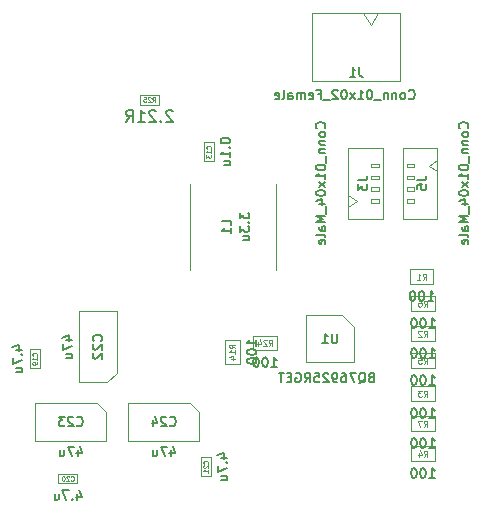
<source format=gbr>
%TF.GenerationSoftware,KiCad,Pcbnew,6.0.1-79c1e3a40b~116~ubuntu21.10.1*%
%TF.CreationDate,2022-03-15T17:01:46-06:00*%
%TF.ProjectId,PowerBackup,506f7765-7242-4616-936b-75702e6b6963,rev?*%
%TF.SameCoordinates,Original*%
%TF.FileFunction,AssemblyDrawing,Bot*%
%FSLAX46Y46*%
G04 Gerber Fmt 4.6, Leading zero omitted, Abs format (unit mm)*
G04 Created by KiCad (PCBNEW 6.0.1-79c1e3a40b~116~ubuntu21.10.1) date 2022-03-15 17:01:46*
%MOMM*%
%LPD*%
G01*
G04 APERTURE LIST*
%ADD10C,0.150000*%
%ADD11C,0.060000*%
%ADD12C,0.080000*%
%ADD13C,0.100000*%
G04 APERTURE END LIST*
D10*
%TO.C,C22*%
X114118571Y-105327523D02*
X114651904Y-105327523D01*
X113813809Y-105137047D02*
X114385238Y-104946571D01*
X114385238Y-105441809D01*
X113851904Y-105670380D02*
X113851904Y-106203714D01*
X114651904Y-105860857D01*
X114118571Y-106851333D02*
X114651904Y-106851333D01*
X114118571Y-106508476D02*
X114537619Y-106508476D01*
X114613809Y-106546571D01*
X114651904Y-106622761D01*
X114651904Y-106737047D01*
X114613809Y-106813238D01*
X114575714Y-106851333D01*
X117125714Y-105403714D02*
X117163809Y-105365619D01*
X117201904Y-105251333D01*
X117201904Y-105175142D01*
X117163809Y-105060857D01*
X117087619Y-104984666D01*
X117011428Y-104946571D01*
X116859047Y-104908476D01*
X116744761Y-104908476D01*
X116592380Y-104946571D01*
X116516190Y-104984666D01*
X116440000Y-105060857D01*
X116401904Y-105175142D01*
X116401904Y-105251333D01*
X116440000Y-105365619D01*
X116478095Y-105403714D01*
X116478095Y-105708476D02*
X116440000Y-105746571D01*
X116401904Y-105822761D01*
X116401904Y-106013238D01*
X116440000Y-106089428D01*
X116478095Y-106127523D01*
X116554285Y-106165619D01*
X116630476Y-106165619D01*
X116744761Y-106127523D01*
X117201904Y-105670380D01*
X117201904Y-106165619D01*
X116478095Y-106470380D02*
X116440000Y-106508476D01*
X116401904Y-106584666D01*
X116401904Y-106775142D01*
X116440000Y-106851333D01*
X116478095Y-106889428D01*
X116554285Y-106927523D01*
X116630476Y-106927523D01*
X116744761Y-106889428D01*
X117201904Y-106432285D01*
X117201904Y-106927523D01*
%TO.C,J1*%
X143159335Y-84891750D02*
X143197430Y-84929845D01*
X143311716Y-84967940D01*
X143387906Y-84967940D01*
X143502192Y-84929845D01*
X143578383Y-84853655D01*
X143616478Y-84777464D01*
X143654573Y-84625083D01*
X143654573Y-84510797D01*
X143616478Y-84358416D01*
X143578383Y-84282226D01*
X143502192Y-84206036D01*
X143387906Y-84167940D01*
X143311716Y-84167940D01*
X143197430Y-84206036D01*
X143159335Y-84244131D01*
X142702192Y-84967940D02*
X142778383Y-84929845D01*
X142816478Y-84891750D01*
X142854573Y-84815559D01*
X142854573Y-84586988D01*
X142816478Y-84510797D01*
X142778383Y-84472702D01*
X142702192Y-84434607D01*
X142587906Y-84434607D01*
X142511716Y-84472702D01*
X142473621Y-84510797D01*
X142435525Y-84586988D01*
X142435525Y-84815559D01*
X142473621Y-84891750D01*
X142511716Y-84929845D01*
X142587906Y-84967940D01*
X142702192Y-84967940D01*
X142092668Y-84434607D02*
X142092668Y-84967940D01*
X142092668Y-84510797D02*
X142054573Y-84472702D01*
X141978383Y-84434607D01*
X141864097Y-84434607D01*
X141787906Y-84472702D01*
X141749811Y-84548893D01*
X141749811Y-84967940D01*
X141368859Y-84434607D02*
X141368859Y-84967940D01*
X141368859Y-84510797D02*
X141330764Y-84472702D01*
X141254573Y-84434607D01*
X141140287Y-84434607D01*
X141064097Y-84472702D01*
X141026002Y-84548893D01*
X141026002Y-84967940D01*
X140835525Y-85044131D02*
X140226002Y-85044131D01*
X139883144Y-84167940D02*
X139806954Y-84167940D01*
X139730764Y-84206036D01*
X139692668Y-84244131D01*
X139654573Y-84320321D01*
X139616478Y-84472702D01*
X139616478Y-84663178D01*
X139654573Y-84815559D01*
X139692668Y-84891750D01*
X139730764Y-84929845D01*
X139806954Y-84967940D01*
X139883144Y-84967940D01*
X139959335Y-84929845D01*
X139997430Y-84891750D01*
X140035525Y-84815559D01*
X140073621Y-84663178D01*
X140073621Y-84472702D01*
X140035525Y-84320321D01*
X139997430Y-84244131D01*
X139959335Y-84206036D01*
X139883144Y-84167940D01*
X138854573Y-84967940D02*
X139311716Y-84967940D01*
X139083144Y-84967940D02*
X139083144Y-84167940D01*
X139159335Y-84282226D01*
X139235525Y-84358416D01*
X139311716Y-84396512D01*
X138587906Y-84967940D02*
X138168859Y-84434607D01*
X138587906Y-84434607D02*
X138168859Y-84967940D01*
X137711716Y-84167940D02*
X137635525Y-84167940D01*
X137559335Y-84206036D01*
X137521240Y-84244131D01*
X137483144Y-84320321D01*
X137445049Y-84472702D01*
X137445049Y-84663178D01*
X137483144Y-84815559D01*
X137521240Y-84891750D01*
X137559335Y-84929845D01*
X137635525Y-84967940D01*
X137711716Y-84967940D01*
X137787906Y-84929845D01*
X137826002Y-84891750D01*
X137864097Y-84815559D01*
X137902192Y-84663178D01*
X137902192Y-84472702D01*
X137864097Y-84320321D01*
X137826002Y-84244131D01*
X137787906Y-84206036D01*
X137711716Y-84167940D01*
X137140287Y-84244131D02*
X137102192Y-84206036D01*
X137026002Y-84167940D01*
X136835525Y-84167940D01*
X136759335Y-84206036D01*
X136721240Y-84244131D01*
X136683144Y-84320321D01*
X136683144Y-84396512D01*
X136721240Y-84510797D01*
X137178383Y-84967940D01*
X136683144Y-84967940D01*
X136530764Y-85044131D02*
X135921240Y-85044131D01*
X135464097Y-84548893D02*
X135730764Y-84548893D01*
X135730764Y-84967940D02*
X135730764Y-84167940D01*
X135349811Y-84167940D01*
X134740287Y-84929845D02*
X134816478Y-84967940D01*
X134968859Y-84967940D01*
X135045049Y-84929845D01*
X135083144Y-84853655D01*
X135083144Y-84548893D01*
X135045049Y-84472702D01*
X134968859Y-84434607D01*
X134816478Y-84434607D01*
X134740287Y-84472702D01*
X134702192Y-84548893D01*
X134702192Y-84625083D01*
X135083144Y-84701274D01*
X134359335Y-84967940D02*
X134359335Y-84434607D01*
X134359335Y-84510797D02*
X134321240Y-84472702D01*
X134245049Y-84434607D01*
X134130764Y-84434607D01*
X134054573Y-84472702D01*
X134016478Y-84548893D01*
X134016478Y-84967940D01*
X134016478Y-84548893D02*
X133978383Y-84472702D01*
X133902192Y-84434607D01*
X133787906Y-84434607D01*
X133711716Y-84472702D01*
X133673621Y-84548893D01*
X133673621Y-84967940D01*
X132949811Y-84967940D02*
X132949811Y-84548893D01*
X132987906Y-84472702D01*
X133064097Y-84434607D01*
X133216478Y-84434607D01*
X133292668Y-84472702D01*
X132949811Y-84929845D02*
X133026002Y-84967940D01*
X133216478Y-84967940D01*
X133292668Y-84929845D01*
X133330764Y-84853655D01*
X133330764Y-84777464D01*
X133292668Y-84701274D01*
X133216478Y-84663178D01*
X133026002Y-84663178D01*
X132949811Y-84625083D01*
X132454573Y-84967940D02*
X132530764Y-84929845D01*
X132568859Y-84853655D01*
X132568859Y-84167940D01*
X131845049Y-84929845D02*
X131921240Y-84967940D01*
X132073621Y-84967940D01*
X132149811Y-84929845D01*
X132187906Y-84853655D01*
X132187906Y-84548893D01*
X132149811Y-84472702D01*
X132073621Y-84434607D01*
X131921240Y-84434607D01*
X131845049Y-84472702D01*
X131806954Y-84548893D01*
X131806954Y-84625083D01*
X132187906Y-84701274D01*
X138970666Y-82271904D02*
X138970666Y-82843333D01*
X139008761Y-82957619D01*
X139084952Y-83033809D01*
X139199238Y-83071904D01*
X139275428Y-83071904D01*
X138170666Y-83071904D02*
X138627809Y-83071904D01*
X138399238Y-83071904D02*
X138399238Y-82271904D01*
X138475428Y-82386190D01*
X138551619Y-82462380D01*
X138627809Y-82500476D01*
%TO.C,C20*%
X115080952Y-118352571D02*
X115080952Y-118885904D01*
X115271428Y-118047809D02*
X115461904Y-118619238D01*
X114966666Y-118619238D01*
X114661904Y-118809714D02*
X114623809Y-118847809D01*
X114661904Y-118885904D01*
X114700000Y-118847809D01*
X114661904Y-118809714D01*
X114661904Y-118885904D01*
X114357142Y-118085904D02*
X113823809Y-118085904D01*
X114166666Y-118885904D01*
X113176190Y-118352571D02*
X113176190Y-118885904D01*
X113519047Y-118352571D02*
X113519047Y-118771619D01*
X113480952Y-118847809D01*
X113404761Y-118885904D01*
X113290476Y-118885904D01*
X113214285Y-118847809D01*
X113176190Y-118809714D01*
D11*
X114557142Y-117236857D02*
X114576190Y-117255904D01*
X114633333Y-117274952D01*
X114671428Y-117274952D01*
X114728571Y-117255904D01*
X114766666Y-117217809D01*
X114785714Y-117179714D01*
X114804761Y-117103523D01*
X114804761Y-117046380D01*
X114785714Y-116970190D01*
X114766666Y-116932095D01*
X114728571Y-116894000D01*
X114671428Y-116874952D01*
X114633333Y-116874952D01*
X114576190Y-116894000D01*
X114557142Y-116913047D01*
X114404761Y-116913047D02*
X114385714Y-116894000D01*
X114347619Y-116874952D01*
X114252380Y-116874952D01*
X114214285Y-116894000D01*
X114195238Y-116913047D01*
X114176190Y-116951142D01*
X114176190Y-116989238D01*
X114195238Y-117046380D01*
X114423809Y-117274952D01*
X114176190Y-117274952D01*
X113928571Y-116874952D02*
X113890476Y-116874952D01*
X113852380Y-116894000D01*
X113833333Y-116913047D01*
X113814285Y-116951142D01*
X113795238Y-117027333D01*
X113795238Y-117122571D01*
X113814285Y-117198761D01*
X113833333Y-117236857D01*
X113852380Y-117255904D01*
X113890476Y-117274952D01*
X113928571Y-117274952D01*
X113966666Y-117255904D01*
X113985714Y-117236857D01*
X114004761Y-117198761D01*
X114023809Y-117122571D01*
X114023809Y-117027333D01*
X114004761Y-116951142D01*
X113985714Y-116913047D01*
X113966666Y-116894000D01*
X113928571Y-116874952D01*
D10*
%TO.C,R25*%
X123176190Y-85977619D02*
X123128571Y-85930000D01*
X123033333Y-85882380D01*
X122795238Y-85882380D01*
X122700000Y-85930000D01*
X122652380Y-85977619D01*
X122604761Y-86072857D01*
X122604761Y-86168095D01*
X122652380Y-86310952D01*
X123223809Y-86882380D01*
X122604761Y-86882380D01*
X122176190Y-86787142D02*
X122128571Y-86834761D01*
X122176190Y-86882380D01*
X122223809Y-86834761D01*
X122176190Y-86787142D01*
X122176190Y-86882380D01*
X121747619Y-85977619D02*
X121700000Y-85930000D01*
X121604761Y-85882380D01*
X121366666Y-85882380D01*
X121271428Y-85930000D01*
X121223809Y-85977619D01*
X121176190Y-86072857D01*
X121176190Y-86168095D01*
X121223809Y-86310952D01*
X121795238Y-86882380D01*
X121176190Y-86882380D01*
X120223809Y-86882380D02*
X120795238Y-86882380D01*
X120509523Y-86882380D02*
X120509523Y-85882380D01*
X120604761Y-86025238D01*
X120700000Y-86120476D01*
X120795238Y-86168095D01*
X119223809Y-86882380D02*
X119557142Y-86406190D01*
X119795238Y-86882380D02*
X119795238Y-85882380D01*
X119414285Y-85882380D01*
X119319047Y-85930000D01*
X119271428Y-85977619D01*
X119223809Y-86072857D01*
X119223809Y-86215714D01*
X119271428Y-86310952D01*
X119319047Y-86358571D01*
X119414285Y-86406190D01*
X119795238Y-86406190D01*
D11*
X121457142Y-85180952D02*
X121590476Y-84990476D01*
X121685714Y-85180952D02*
X121685714Y-84780952D01*
X121533333Y-84780952D01*
X121495238Y-84800000D01*
X121476190Y-84819047D01*
X121457142Y-84857142D01*
X121457142Y-84914285D01*
X121476190Y-84952380D01*
X121495238Y-84971428D01*
X121533333Y-84990476D01*
X121685714Y-84990476D01*
X121304761Y-84819047D02*
X121285714Y-84800000D01*
X121247619Y-84780952D01*
X121152380Y-84780952D01*
X121114285Y-84800000D01*
X121095238Y-84819047D01*
X121076190Y-84857142D01*
X121076190Y-84895238D01*
X121095238Y-84952380D01*
X121323809Y-85180952D01*
X121076190Y-85180952D01*
X120714285Y-84780952D02*
X120904761Y-84780952D01*
X120923809Y-84971428D01*
X120904761Y-84952380D01*
X120866666Y-84933333D01*
X120771428Y-84933333D01*
X120733333Y-84952380D01*
X120714285Y-84971428D01*
X120695238Y-85009523D01*
X120695238Y-85104761D01*
X120714285Y-85142857D01*
X120733333Y-85161904D01*
X120771428Y-85180952D01*
X120866666Y-85180952D01*
X120904761Y-85161904D01*
X120923809Y-85142857D01*
D10*
%TO.C,R1*%
X144783333Y-102011904D02*
X145240476Y-102011904D01*
X145011904Y-102011904D02*
X145011904Y-101211904D01*
X145088095Y-101326190D01*
X145164285Y-101402380D01*
X145240476Y-101440476D01*
X144288095Y-101211904D02*
X144211904Y-101211904D01*
X144135714Y-101250000D01*
X144097619Y-101288095D01*
X144059523Y-101364285D01*
X144021428Y-101516666D01*
X144021428Y-101707142D01*
X144059523Y-101859523D01*
X144097619Y-101935714D01*
X144135714Y-101973809D01*
X144211904Y-102011904D01*
X144288095Y-102011904D01*
X144364285Y-101973809D01*
X144402380Y-101935714D01*
X144440476Y-101859523D01*
X144478571Y-101707142D01*
X144478571Y-101516666D01*
X144440476Y-101364285D01*
X144402380Y-101288095D01*
X144364285Y-101250000D01*
X144288095Y-101211904D01*
X143526190Y-101211904D02*
X143450000Y-101211904D01*
X143373809Y-101250000D01*
X143335714Y-101288095D01*
X143297619Y-101364285D01*
X143259523Y-101516666D01*
X143259523Y-101707142D01*
X143297619Y-101859523D01*
X143335714Y-101935714D01*
X143373809Y-101973809D01*
X143450000Y-102011904D01*
X143526190Y-102011904D01*
X143602380Y-101973809D01*
X143640476Y-101935714D01*
X143678571Y-101859523D01*
X143716666Y-101707142D01*
X143716666Y-101516666D01*
X143678571Y-101364285D01*
X143640476Y-101288095D01*
X143602380Y-101250000D01*
X143526190Y-101211904D01*
D12*
X144333333Y-100226190D02*
X144500000Y-99988095D01*
X144619047Y-100226190D02*
X144619047Y-99726190D01*
X144428571Y-99726190D01*
X144380952Y-99750000D01*
X144357142Y-99773809D01*
X144333333Y-99821428D01*
X144333333Y-99892857D01*
X144357142Y-99940476D01*
X144380952Y-99964285D01*
X144428571Y-99988095D01*
X144619047Y-99988095D01*
X143857142Y-100226190D02*
X144142857Y-100226190D01*
X144000000Y-100226190D02*
X144000000Y-99726190D01*
X144047619Y-99797619D01*
X144095238Y-99845238D01*
X144142857Y-99869047D01*
D10*
%TO.C,R7*%
X144886833Y-114457904D02*
X145343976Y-114457904D01*
X145115404Y-114457904D02*
X145115404Y-113657904D01*
X145191595Y-113772190D01*
X145267785Y-113848380D01*
X145343976Y-113886476D01*
X144391595Y-113657904D02*
X144315404Y-113657904D01*
X144239214Y-113696000D01*
X144201119Y-113734095D01*
X144163023Y-113810285D01*
X144124928Y-113962666D01*
X144124928Y-114153142D01*
X144163023Y-114305523D01*
X144201119Y-114381714D01*
X144239214Y-114419809D01*
X144315404Y-114457904D01*
X144391595Y-114457904D01*
X144467785Y-114419809D01*
X144505880Y-114381714D01*
X144543976Y-114305523D01*
X144582071Y-114153142D01*
X144582071Y-113962666D01*
X144543976Y-113810285D01*
X144505880Y-113734095D01*
X144467785Y-113696000D01*
X144391595Y-113657904D01*
X143629690Y-113657904D02*
X143553500Y-113657904D01*
X143477309Y-113696000D01*
X143439214Y-113734095D01*
X143401119Y-113810285D01*
X143363023Y-113962666D01*
X143363023Y-114153142D01*
X143401119Y-114305523D01*
X143439214Y-114381714D01*
X143477309Y-114419809D01*
X143553500Y-114457904D01*
X143629690Y-114457904D01*
X143705880Y-114419809D01*
X143743976Y-114381714D01*
X143782071Y-114305523D01*
X143820166Y-114153142D01*
X143820166Y-113962666D01*
X143782071Y-113810285D01*
X143743976Y-113734095D01*
X143705880Y-113696000D01*
X143629690Y-113657904D01*
D12*
X144436833Y-112672190D02*
X144603500Y-112434095D01*
X144722547Y-112672190D02*
X144722547Y-112172190D01*
X144532071Y-112172190D01*
X144484452Y-112196000D01*
X144460642Y-112219809D01*
X144436833Y-112267428D01*
X144436833Y-112338857D01*
X144460642Y-112386476D01*
X144484452Y-112410285D01*
X144532071Y-112434095D01*
X144722547Y-112434095D01*
X144270166Y-112172190D02*
X143936833Y-112172190D01*
X144151119Y-112672190D01*
D10*
%TO.C,C23*%
X115144476Y-114646571D02*
X115144476Y-115179904D01*
X115334952Y-114341809D02*
X115525428Y-114913238D01*
X115030190Y-114913238D01*
X114801619Y-114379904D02*
X114268285Y-114379904D01*
X114611142Y-115179904D01*
X113620666Y-114646571D02*
X113620666Y-115179904D01*
X113963523Y-114646571D02*
X113963523Y-115065619D01*
X113925428Y-115141809D01*
X113849238Y-115179904D01*
X113734952Y-115179904D01*
X113658761Y-115141809D01*
X113620666Y-115103714D01*
X115068285Y-112553714D02*
X115106380Y-112591809D01*
X115220666Y-112629904D01*
X115296857Y-112629904D01*
X115411142Y-112591809D01*
X115487333Y-112515619D01*
X115525428Y-112439428D01*
X115563523Y-112287047D01*
X115563523Y-112172761D01*
X115525428Y-112020380D01*
X115487333Y-111944190D01*
X115411142Y-111868000D01*
X115296857Y-111829904D01*
X115220666Y-111829904D01*
X115106380Y-111868000D01*
X115068285Y-111906095D01*
X114763523Y-111906095D02*
X114725428Y-111868000D01*
X114649238Y-111829904D01*
X114458761Y-111829904D01*
X114382571Y-111868000D01*
X114344476Y-111906095D01*
X114306380Y-111982285D01*
X114306380Y-112058476D01*
X114344476Y-112172761D01*
X114801619Y-112629904D01*
X114306380Y-112629904D01*
X114039714Y-111829904D02*
X113544476Y-111829904D01*
X113811142Y-112134666D01*
X113696857Y-112134666D01*
X113620666Y-112172761D01*
X113582571Y-112210857D01*
X113544476Y-112287047D01*
X113544476Y-112477523D01*
X113582571Y-112553714D01*
X113620666Y-112591809D01*
X113696857Y-112629904D01*
X113925428Y-112629904D01*
X114001619Y-112591809D01*
X114039714Y-112553714D01*
%TO.C,C21*%
X127242571Y-115297047D02*
X127775904Y-115297047D01*
X126937809Y-115106571D02*
X127509238Y-114916095D01*
X127509238Y-115411333D01*
X127699714Y-115716095D02*
X127737809Y-115754190D01*
X127775904Y-115716095D01*
X127737809Y-115678000D01*
X127699714Y-115716095D01*
X127775904Y-115716095D01*
X126975904Y-116020857D02*
X126975904Y-116554190D01*
X127775904Y-116211333D01*
X127242571Y-117201809D02*
X127775904Y-117201809D01*
X127242571Y-116858952D02*
X127661619Y-116858952D01*
X127737809Y-116897047D01*
X127775904Y-116973238D01*
X127775904Y-117087523D01*
X127737809Y-117163714D01*
X127699714Y-117201809D01*
D11*
X126126857Y-115820857D02*
X126145904Y-115801809D01*
X126164952Y-115744666D01*
X126164952Y-115706571D01*
X126145904Y-115649428D01*
X126107809Y-115611333D01*
X126069714Y-115592285D01*
X125993523Y-115573238D01*
X125936380Y-115573238D01*
X125860190Y-115592285D01*
X125822095Y-115611333D01*
X125784000Y-115649428D01*
X125764952Y-115706571D01*
X125764952Y-115744666D01*
X125784000Y-115801809D01*
X125803047Y-115820857D01*
X125803047Y-115973238D02*
X125784000Y-115992285D01*
X125764952Y-116030380D01*
X125764952Y-116125619D01*
X125784000Y-116163714D01*
X125803047Y-116182761D01*
X125841142Y-116201809D01*
X125879238Y-116201809D01*
X125936380Y-116182761D01*
X126164952Y-115954190D01*
X126164952Y-116201809D01*
X126164952Y-116582761D02*
X126164952Y-116354190D01*
X126164952Y-116468476D02*
X125764952Y-116468476D01*
X125822095Y-116430380D01*
X125860190Y-116392285D01*
X125879238Y-116354190D01*
D10*
%TO.C,C24*%
X123018476Y-114646571D02*
X123018476Y-115179904D01*
X123208952Y-114341809D02*
X123399428Y-114913238D01*
X122904190Y-114913238D01*
X122675619Y-114379904D02*
X122142285Y-114379904D01*
X122485142Y-115179904D01*
X121494666Y-114646571D02*
X121494666Y-115179904D01*
X121837523Y-114646571D02*
X121837523Y-115065619D01*
X121799428Y-115141809D01*
X121723238Y-115179904D01*
X121608952Y-115179904D01*
X121532761Y-115141809D01*
X121494666Y-115103714D01*
X122942285Y-112553714D02*
X122980380Y-112591809D01*
X123094666Y-112629904D01*
X123170857Y-112629904D01*
X123285142Y-112591809D01*
X123361333Y-112515619D01*
X123399428Y-112439428D01*
X123437523Y-112287047D01*
X123437523Y-112172761D01*
X123399428Y-112020380D01*
X123361333Y-111944190D01*
X123285142Y-111868000D01*
X123170857Y-111829904D01*
X123094666Y-111829904D01*
X122980380Y-111868000D01*
X122942285Y-111906095D01*
X122637523Y-111906095D02*
X122599428Y-111868000D01*
X122523238Y-111829904D01*
X122332761Y-111829904D01*
X122256571Y-111868000D01*
X122218476Y-111906095D01*
X122180380Y-111982285D01*
X122180380Y-112058476D01*
X122218476Y-112172761D01*
X122675619Y-112629904D01*
X122180380Y-112629904D01*
X121494666Y-112096571D02*
X121494666Y-112629904D01*
X121685142Y-111791809D02*
X121875619Y-112363238D01*
X121380380Y-112363238D01*
%TO.C,R4*%
X144886833Y-116997904D02*
X145343976Y-116997904D01*
X145115404Y-116997904D02*
X145115404Y-116197904D01*
X145191595Y-116312190D01*
X145267785Y-116388380D01*
X145343976Y-116426476D01*
X144391595Y-116197904D02*
X144315404Y-116197904D01*
X144239214Y-116236000D01*
X144201119Y-116274095D01*
X144163023Y-116350285D01*
X144124928Y-116502666D01*
X144124928Y-116693142D01*
X144163023Y-116845523D01*
X144201119Y-116921714D01*
X144239214Y-116959809D01*
X144315404Y-116997904D01*
X144391595Y-116997904D01*
X144467785Y-116959809D01*
X144505880Y-116921714D01*
X144543976Y-116845523D01*
X144582071Y-116693142D01*
X144582071Y-116502666D01*
X144543976Y-116350285D01*
X144505880Y-116274095D01*
X144467785Y-116236000D01*
X144391595Y-116197904D01*
X143629690Y-116197904D02*
X143553500Y-116197904D01*
X143477309Y-116236000D01*
X143439214Y-116274095D01*
X143401119Y-116350285D01*
X143363023Y-116502666D01*
X143363023Y-116693142D01*
X143401119Y-116845523D01*
X143439214Y-116921714D01*
X143477309Y-116959809D01*
X143553500Y-116997904D01*
X143629690Y-116997904D01*
X143705880Y-116959809D01*
X143743976Y-116921714D01*
X143782071Y-116845523D01*
X143820166Y-116693142D01*
X143820166Y-116502666D01*
X143782071Y-116350285D01*
X143743976Y-116274095D01*
X143705880Y-116236000D01*
X143629690Y-116197904D01*
D12*
X144436833Y-115212190D02*
X144603500Y-114974095D01*
X144722547Y-115212190D02*
X144722547Y-114712190D01*
X144532071Y-114712190D01*
X144484452Y-114736000D01*
X144460642Y-114759809D01*
X144436833Y-114807428D01*
X144436833Y-114878857D01*
X144460642Y-114926476D01*
X144484452Y-114950285D01*
X144532071Y-114974095D01*
X144722547Y-114974095D01*
X144008261Y-114878857D02*
X144008261Y-115212190D01*
X144127309Y-114688380D02*
X144246357Y-115045523D01*
X143936833Y-115045523D01*
D10*
%TO.C,C19*%
X109904571Y-106153047D02*
X110437904Y-106153047D01*
X109599809Y-105962571D02*
X110171238Y-105772095D01*
X110171238Y-106267333D01*
X110361714Y-106572095D02*
X110399809Y-106610190D01*
X110437904Y-106572095D01*
X110399809Y-106534000D01*
X110361714Y-106572095D01*
X110437904Y-106572095D01*
X109637904Y-106876857D02*
X109637904Y-107410190D01*
X110437904Y-107067333D01*
X109904571Y-108057809D02*
X110437904Y-108057809D01*
X109904571Y-107714952D02*
X110323619Y-107714952D01*
X110399809Y-107753047D01*
X110437904Y-107829238D01*
X110437904Y-107943523D01*
X110399809Y-108019714D01*
X110361714Y-108057809D01*
D11*
X111648857Y-106676857D02*
X111667904Y-106657809D01*
X111686952Y-106600666D01*
X111686952Y-106562571D01*
X111667904Y-106505428D01*
X111629809Y-106467333D01*
X111591714Y-106448285D01*
X111515523Y-106429238D01*
X111458380Y-106429238D01*
X111382190Y-106448285D01*
X111344095Y-106467333D01*
X111306000Y-106505428D01*
X111286952Y-106562571D01*
X111286952Y-106600666D01*
X111306000Y-106657809D01*
X111325047Y-106676857D01*
X111686952Y-107057809D02*
X111686952Y-106829238D01*
X111686952Y-106943523D02*
X111286952Y-106943523D01*
X111344095Y-106905428D01*
X111382190Y-106867333D01*
X111401238Y-106829238D01*
X111686952Y-107248285D02*
X111686952Y-107324476D01*
X111667904Y-107362571D01*
X111648857Y-107381619D01*
X111591714Y-107419714D01*
X111515523Y-107438761D01*
X111363142Y-107438761D01*
X111325047Y-107419714D01*
X111306000Y-107400666D01*
X111286952Y-107362571D01*
X111286952Y-107286380D01*
X111306000Y-107248285D01*
X111325047Y-107229238D01*
X111363142Y-107210190D01*
X111458380Y-107210190D01*
X111496476Y-107229238D01*
X111515523Y-107248285D01*
X111534571Y-107286380D01*
X111534571Y-107362571D01*
X111515523Y-107400666D01*
X111496476Y-107419714D01*
X111458380Y-107438761D01*
D10*
%TO.C,C13*%
X127229904Y-88436571D02*
X127229904Y-88512761D01*
X127268000Y-88588952D01*
X127306095Y-88627047D01*
X127382285Y-88665142D01*
X127534666Y-88703238D01*
X127725142Y-88703238D01*
X127877523Y-88665142D01*
X127953714Y-88627047D01*
X127991809Y-88588952D01*
X128029904Y-88512761D01*
X128029904Y-88436571D01*
X127991809Y-88360380D01*
X127953714Y-88322285D01*
X127877523Y-88284190D01*
X127725142Y-88246095D01*
X127534666Y-88246095D01*
X127382285Y-88284190D01*
X127306095Y-88322285D01*
X127268000Y-88360380D01*
X127229904Y-88436571D01*
X127953714Y-89046095D02*
X127991809Y-89084190D01*
X128029904Y-89046095D01*
X127991809Y-89008000D01*
X127953714Y-89046095D01*
X128029904Y-89046095D01*
X128029904Y-89846095D02*
X128029904Y-89388952D01*
X128029904Y-89617523D02*
X127229904Y-89617523D01*
X127344190Y-89541333D01*
X127420380Y-89465142D01*
X127458476Y-89388952D01*
X127496571Y-90531809D02*
X128029904Y-90531809D01*
X127496571Y-90188952D02*
X127915619Y-90188952D01*
X127991809Y-90227047D01*
X128029904Y-90303238D01*
X128029904Y-90417523D01*
X127991809Y-90493714D01*
X127953714Y-90531809D01*
D11*
X126380857Y-89150857D02*
X126399904Y-89131809D01*
X126418952Y-89074666D01*
X126418952Y-89036571D01*
X126399904Y-88979428D01*
X126361809Y-88941333D01*
X126323714Y-88922285D01*
X126247523Y-88903238D01*
X126190380Y-88903238D01*
X126114190Y-88922285D01*
X126076095Y-88941333D01*
X126038000Y-88979428D01*
X126018952Y-89036571D01*
X126018952Y-89074666D01*
X126038000Y-89131809D01*
X126057047Y-89150857D01*
X126418952Y-89531809D02*
X126418952Y-89303238D01*
X126418952Y-89417523D02*
X126018952Y-89417523D01*
X126076095Y-89379428D01*
X126114190Y-89341333D01*
X126133238Y-89303238D01*
X126018952Y-89665142D02*
X126018952Y-89912761D01*
X126171333Y-89779428D01*
X126171333Y-89836571D01*
X126190380Y-89874666D01*
X126209428Y-89893714D01*
X126247523Y-89912761D01*
X126342761Y-89912761D01*
X126380857Y-89893714D01*
X126399904Y-89874666D01*
X126418952Y-89836571D01*
X126418952Y-89722285D01*
X126399904Y-89684190D01*
X126380857Y-89665142D01*
D10*
%TO.C,R5*%
X144886833Y-109123904D02*
X145343976Y-109123904D01*
X145115404Y-109123904D02*
X145115404Y-108323904D01*
X145191595Y-108438190D01*
X145267785Y-108514380D01*
X145343976Y-108552476D01*
X144391595Y-108323904D02*
X144315404Y-108323904D01*
X144239214Y-108362000D01*
X144201119Y-108400095D01*
X144163023Y-108476285D01*
X144124928Y-108628666D01*
X144124928Y-108819142D01*
X144163023Y-108971523D01*
X144201119Y-109047714D01*
X144239214Y-109085809D01*
X144315404Y-109123904D01*
X144391595Y-109123904D01*
X144467785Y-109085809D01*
X144505880Y-109047714D01*
X144543976Y-108971523D01*
X144582071Y-108819142D01*
X144582071Y-108628666D01*
X144543976Y-108476285D01*
X144505880Y-108400095D01*
X144467785Y-108362000D01*
X144391595Y-108323904D01*
X143629690Y-108323904D02*
X143553500Y-108323904D01*
X143477309Y-108362000D01*
X143439214Y-108400095D01*
X143401119Y-108476285D01*
X143363023Y-108628666D01*
X143363023Y-108819142D01*
X143401119Y-108971523D01*
X143439214Y-109047714D01*
X143477309Y-109085809D01*
X143553500Y-109123904D01*
X143629690Y-109123904D01*
X143705880Y-109085809D01*
X143743976Y-109047714D01*
X143782071Y-108971523D01*
X143820166Y-108819142D01*
X143820166Y-108628666D01*
X143782071Y-108476285D01*
X143743976Y-108400095D01*
X143705880Y-108362000D01*
X143629690Y-108323904D01*
D12*
X144436833Y-107338190D02*
X144603500Y-107100095D01*
X144722547Y-107338190D02*
X144722547Y-106838190D01*
X144532071Y-106838190D01*
X144484452Y-106862000D01*
X144460642Y-106885809D01*
X144436833Y-106933428D01*
X144436833Y-107004857D01*
X144460642Y-107052476D01*
X144484452Y-107076285D01*
X144532071Y-107100095D01*
X144722547Y-107100095D01*
X143984452Y-106838190D02*
X144222547Y-106838190D01*
X144246357Y-107076285D01*
X144222547Y-107052476D01*
X144174928Y-107028666D01*
X144055880Y-107028666D01*
X144008261Y-107052476D01*
X143984452Y-107076285D01*
X143960642Y-107123904D01*
X143960642Y-107242952D01*
X143984452Y-107290571D01*
X144008261Y-107314380D01*
X144055880Y-107338190D01*
X144174928Y-107338190D01*
X144222547Y-107314380D01*
X144246357Y-107290571D01*
D10*
%TO.C,U1*%
X139983333Y-108512858D02*
X139869047Y-108550953D01*
X139830952Y-108589048D01*
X139792857Y-108665239D01*
X139792857Y-108779524D01*
X139830952Y-108855715D01*
X139869047Y-108893810D01*
X139945238Y-108931905D01*
X140250000Y-108931905D01*
X140250000Y-108131905D01*
X139983333Y-108131905D01*
X139907142Y-108170001D01*
X139869047Y-108208096D01*
X139830952Y-108284286D01*
X139830952Y-108360477D01*
X139869047Y-108436667D01*
X139907142Y-108474762D01*
X139983333Y-108512858D01*
X140250000Y-108512858D01*
X138916666Y-109008096D02*
X138992857Y-108970001D01*
X139069047Y-108893810D01*
X139183333Y-108779524D01*
X139259523Y-108741429D01*
X139335714Y-108741429D01*
X139297619Y-108931905D02*
X139373809Y-108893810D01*
X139450000Y-108817620D01*
X139488095Y-108665239D01*
X139488095Y-108398572D01*
X139450000Y-108246191D01*
X139373809Y-108170001D01*
X139297619Y-108131905D01*
X139145238Y-108131905D01*
X139069047Y-108170001D01*
X138992857Y-108246191D01*
X138954761Y-108398572D01*
X138954761Y-108665239D01*
X138992857Y-108817620D01*
X139069047Y-108893810D01*
X139145238Y-108931905D01*
X139297619Y-108931905D01*
X138688095Y-108131905D02*
X138154761Y-108131905D01*
X138497619Y-108931905D01*
X137507142Y-108131905D02*
X137659523Y-108131905D01*
X137735714Y-108170001D01*
X137773809Y-108208096D01*
X137850000Y-108322381D01*
X137888095Y-108474762D01*
X137888095Y-108779524D01*
X137850000Y-108855715D01*
X137811904Y-108893810D01*
X137735714Y-108931905D01*
X137583333Y-108931905D01*
X137507142Y-108893810D01*
X137469047Y-108855715D01*
X137430952Y-108779524D01*
X137430952Y-108589048D01*
X137469047Y-108512858D01*
X137507142Y-108474762D01*
X137583333Y-108436667D01*
X137735714Y-108436667D01*
X137811904Y-108474762D01*
X137850000Y-108512858D01*
X137888095Y-108589048D01*
X137050000Y-108931905D02*
X136897619Y-108931905D01*
X136821428Y-108893810D01*
X136783333Y-108855715D01*
X136707142Y-108741429D01*
X136669047Y-108589048D01*
X136669047Y-108284286D01*
X136707142Y-108208096D01*
X136745238Y-108170001D01*
X136821428Y-108131905D01*
X136973809Y-108131905D01*
X137050000Y-108170001D01*
X137088095Y-108208096D01*
X137126190Y-108284286D01*
X137126190Y-108474762D01*
X137088095Y-108550953D01*
X137050000Y-108589048D01*
X136973809Y-108627143D01*
X136821428Y-108627143D01*
X136745238Y-108589048D01*
X136707142Y-108550953D01*
X136669047Y-108474762D01*
X136364285Y-108208096D02*
X136326190Y-108170001D01*
X136250000Y-108131905D01*
X136059523Y-108131905D01*
X135983333Y-108170001D01*
X135945238Y-108208096D01*
X135907142Y-108284286D01*
X135907142Y-108360477D01*
X135945238Y-108474762D01*
X136402380Y-108931905D01*
X135907142Y-108931905D01*
X135183333Y-108131905D02*
X135564285Y-108131905D01*
X135602380Y-108512858D01*
X135564285Y-108474762D01*
X135488095Y-108436667D01*
X135297619Y-108436667D01*
X135221428Y-108474762D01*
X135183333Y-108512858D01*
X135145238Y-108589048D01*
X135145238Y-108779524D01*
X135183333Y-108855715D01*
X135221428Y-108893810D01*
X135297619Y-108931905D01*
X135488095Y-108931905D01*
X135564285Y-108893810D01*
X135602380Y-108855715D01*
X134345238Y-108931905D02*
X134611904Y-108550953D01*
X134802380Y-108931905D02*
X134802380Y-108131905D01*
X134497619Y-108131905D01*
X134421428Y-108170001D01*
X134383333Y-108208096D01*
X134345238Y-108284286D01*
X134345238Y-108398572D01*
X134383333Y-108474762D01*
X134421428Y-108512858D01*
X134497619Y-108550953D01*
X134802380Y-108550953D01*
X133583333Y-108170001D02*
X133659523Y-108131905D01*
X133773809Y-108131905D01*
X133888095Y-108170001D01*
X133964285Y-108246191D01*
X134002380Y-108322381D01*
X134040476Y-108474762D01*
X134040476Y-108589048D01*
X134002380Y-108741429D01*
X133964285Y-108817620D01*
X133888095Y-108893810D01*
X133773809Y-108931905D01*
X133697619Y-108931905D01*
X133583333Y-108893810D01*
X133545238Y-108855715D01*
X133545238Y-108589048D01*
X133697619Y-108589048D01*
X133202380Y-108512858D02*
X132935714Y-108512858D01*
X132821428Y-108931905D02*
X133202380Y-108931905D01*
X133202380Y-108131905D01*
X132821428Y-108131905D01*
X132592857Y-108131905D02*
X132135714Y-108131905D01*
X132364285Y-108931905D02*
X132364285Y-108131905D01*
X137109523Y-104811904D02*
X137109523Y-105459523D01*
X137071428Y-105535714D01*
X137033333Y-105573809D01*
X136957142Y-105611904D01*
X136804761Y-105611904D01*
X136728571Y-105573809D01*
X136690476Y-105535714D01*
X136652380Y-105459523D01*
X136652380Y-104811904D01*
X135852380Y-105611904D02*
X136309523Y-105611904D01*
X136080952Y-105611904D02*
X136080952Y-104811904D01*
X136157142Y-104926190D01*
X136233333Y-105002380D01*
X136309523Y-105040476D01*
%TO.C,R6*%
X144886833Y-104297904D02*
X145343976Y-104297904D01*
X145115404Y-104297904D02*
X145115404Y-103497904D01*
X145191595Y-103612190D01*
X145267785Y-103688380D01*
X145343976Y-103726476D01*
X144391595Y-103497904D02*
X144315404Y-103497904D01*
X144239214Y-103536000D01*
X144201119Y-103574095D01*
X144163023Y-103650285D01*
X144124928Y-103802666D01*
X144124928Y-103993142D01*
X144163023Y-104145523D01*
X144201119Y-104221714D01*
X144239214Y-104259809D01*
X144315404Y-104297904D01*
X144391595Y-104297904D01*
X144467785Y-104259809D01*
X144505880Y-104221714D01*
X144543976Y-104145523D01*
X144582071Y-103993142D01*
X144582071Y-103802666D01*
X144543976Y-103650285D01*
X144505880Y-103574095D01*
X144467785Y-103536000D01*
X144391595Y-103497904D01*
X143629690Y-103497904D02*
X143553500Y-103497904D01*
X143477309Y-103536000D01*
X143439214Y-103574095D01*
X143401119Y-103650285D01*
X143363023Y-103802666D01*
X143363023Y-103993142D01*
X143401119Y-104145523D01*
X143439214Y-104221714D01*
X143477309Y-104259809D01*
X143553500Y-104297904D01*
X143629690Y-104297904D01*
X143705880Y-104259809D01*
X143743976Y-104221714D01*
X143782071Y-104145523D01*
X143820166Y-103993142D01*
X143820166Y-103802666D01*
X143782071Y-103650285D01*
X143743976Y-103574095D01*
X143705880Y-103536000D01*
X143629690Y-103497904D01*
D12*
X144436833Y-102512190D02*
X144603500Y-102274095D01*
X144722547Y-102512190D02*
X144722547Y-102012190D01*
X144532071Y-102012190D01*
X144484452Y-102036000D01*
X144460642Y-102059809D01*
X144436833Y-102107428D01*
X144436833Y-102178857D01*
X144460642Y-102226476D01*
X144484452Y-102250285D01*
X144532071Y-102274095D01*
X144722547Y-102274095D01*
X144008261Y-102012190D02*
X144103500Y-102012190D01*
X144151119Y-102036000D01*
X144174928Y-102059809D01*
X144222547Y-102131238D01*
X144246357Y-102226476D01*
X144246357Y-102416952D01*
X144222547Y-102464571D01*
X144198738Y-102488380D01*
X144151119Y-102512190D01*
X144055880Y-102512190D01*
X144008261Y-102488380D01*
X143984452Y-102464571D01*
X143960642Y-102416952D01*
X143960642Y-102297904D01*
X143984452Y-102250285D01*
X144008261Y-102226476D01*
X144055880Y-102202666D01*
X144151119Y-102202666D01*
X144198738Y-102226476D01*
X144222547Y-102250285D01*
X144246357Y-102297904D01*
D10*
%TO.C,J5*%
X148135714Y-87408333D02*
X148173809Y-87370238D01*
X148211904Y-87255952D01*
X148211904Y-87179761D01*
X148173809Y-87065476D01*
X148097619Y-86989285D01*
X148021428Y-86951190D01*
X147869047Y-86913095D01*
X147754761Y-86913095D01*
X147602380Y-86951190D01*
X147526190Y-86989285D01*
X147450000Y-87065476D01*
X147411904Y-87179761D01*
X147411904Y-87255952D01*
X147450000Y-87370238D01*
X147488095Y-87408333D01*
X148211904Y-87865476D02*
X148173809Y-87789285D01*
X148135714Y-87751190D01*
X148059523Y-87713095D01*
X147830952Y-87713095D01*
X147754761Y-87751190D01*
X147716666Y-87789285D01*
X147678571Y-87865476D01*
X147678571Y-87979761D01*
X147716666Y-88055952D01*
X147754761Y-88094047D01*
X147830952Y-88132142D01*
X148059523Y-88132142D01*
X148135714Y-88094047D01*
X148173809Y-88055952D01*
X148211904Y-87979761D01*
X148211904Y-87865476D01*
X147678571Y-88475000D02*
X148211904Y-88475000D01*
X147754761Y-88475000D02*
X147716666Y-88513095D01*
X147678571Y-88589285D01*
X147678571Y-88703571D01*
X147716666Y-88779761D01*
X147792857Y-88817857D01*
X148211904Y-88817857D01*
X147678571Y-89198809D02*
X148211904Y-89198809D01*
X147754761Y-89198809D02*
X147716666Y-89236904D01*
X147678571Y-89313095D01*
X147678571Y-89427380D01*
X147716666Y-89503571D01*
X147792857Y-89541666D01*
X148211904Y-89541666D01*
X148288095Y-89732142D02*
X148288095Y-90341666D01*
X147411904Y-90684523D02*
X147411904Y-90760714D01*
X147450000Y-90836904D01*
X147488095Y-90875000D01*
X147564285Y-90913095D01*
X147716666Y-90951190D01*
X147907142Y-90951190D01*
X148059523Y-90913095D01*
X148135714Y-90875000D01*
X148173809Y-90836904D01*
X148211904Y-90760714D01*
X148211904Y-90684523D01*
X148173809Y-90608333D01*
X148135714Y-90570238D01*
X148059523Y-90532142D01*
X147907142Y-90494047D01*
X147716666Y-90494047D01*
X147564285Y-90532142D01*
X147488095Y-90570238D01*
X147450000Y-90608333D01*
X147411904Y-90684523D01*
X148211904Y-91713095D02*
X148211904Y-91255952D01*
X148211904Y-91484523D02*
X147411904Y-91484523D01*
X147526190Y-91408333D01*
X147602380Y-91332142D01*
X147640476Y-91255952D01*
X148211904Y-91979761D02*
X147678571Y-92398809D01*
X147678571Y-91979761D02*
X148211904Y-92398809D01*
X147411904Y-92855952D02*
X147411904Y-92932142D01*
X147450000Y-93008333D01*
X147488095Y-93046428D01*
X147564285Y-93084523D01*
X147716666Y-93122619D01*
X147907142Y-93122619D01*
X148059523Y-93084523D01*
X148135714Y-93046428D01*
X148173809Y-93008333D01*
X148211904Y-92932142D01*
X148211904Y-92855952D01*
X148173809Y-92779761D01*
X148135714Y-92741666D01*
X148059523Y-92703571D01*
X147907142Y-92665476D01*
X147716666Y-92665476D01*
X147564285Y-92703571D01*
X147488095Y-92741666D01*
X147450000Y-92779761D01*
X147411904Y-92855952D01*
X147678571Y-93808333D02*
X148211904Y-93808333D01*
X147373809Y-93617857D02*
X147945238Y-93427380D01*
X147945238Y-93922619D01*
X148288095Y-94036904D02*
X148288095Y-94646428D01*
X148211904Y-94836904D02*
X147411904Y-94836904D01*
X147983333Y-95103571D01*
X147411904Y-95370238D01*
X148211904Y-95370238D01*
X148211904Y-96094047D02*
X147792857Y-96094047D01*
X147716666Y-96055952D01*
X147678571Y-95979761D01*
X147678571Y-95827380D01*
X147716666Y-95751190D01*
X148173809Y-96094047D02*
X148211904Y-96017857D01*
X148211904Y-95827380D01*
X148173809Y-95751190D01*
X148097619Y-95713095D01*
X148021428Y-95713095D01*
X147945238Y-95751190D01*
X147907142Y-95827380D01*
X147907142Y-96017857D01*
X147869047Y-96094047D01*
X148211904Y-96589285D02*
X148173809Y-96513095D01*
X148097619Y-96475000D01*
X147411904Y-96475000D01*
X148173809Y-97198809D02*
X148211904Y-97122619D01*
X148211904Y-96970238D01*
X148173809Y-96894047D01*
X148097619Y-96855952D01*
X147792857Y-96855952D01*
X147716666Y-96894047D01*
X147678571Y-96970238D01*
X147678571Y-97122619D01*
X147716666Y-97198809D01*
X147792857Y-97236904D01*
X147869047Y-97236904D01*
X147945238Y-96855952D01*
X143861904Y-91808333D02*
X144433333Y-91808333D01*
X144547619Y-91770238D01*
X144623809Y-91694047D01*
X144661904Y-91579761D01*
X144661904Y-91503571D01*
X143861904Y-92570238D02*
X143861904Y-92189285D01*
X144242857Y-92151190D01*
X144204761Y-92189285D01*
X144166666Y-92265476D01*
X144166666Y-92455952D01*
X144204761Y-92532142D01*
X144242857Y-92570238D01*
X144319047Y-92608333D01*
X144509523Y-92608333D01*
X144585714Y-92570238D01*
X144623809Y-92532142D01*
X144661904Y-92455952D01*
X144661904Y-92265476D01*
X144623809Y-92189285D01*
X144585714Y-92151190D01*
%TO.C,R24*%
X131533333Y-107611904D02*
X131990476Y-107611904D01*
X131761904Y-107611904D02*
X131761904Y-106811904D01*
X131838095Y-106926190D01*
X131914285Y-107002380D01*
X131990476Y-107040476D01*
X131038095Y-106811904D02*
X130961904Y-106811904D01*
X130885714Y-106850000D01*
X130847619Y-106888095D01*
X130809523Y-106964285D01*
X130771428Y-107116666D01*
X130771428Y-107307142D01*
X130809523Y-107459523D01*
X130847619Y-107535714D01*
X130885714Y-107573809D01*
X130961904Y-107611904D01*
X131038095Y-107611904D01*
X131114285Y-107573809D01*
X131152380Y-107535714D01*
X131190476Y-107459523D01*
X131228571Y-107307142D01*
X131228571Y-107116666D01*
X131190476Y-106964285D01*
X131152380Y-106888095D01*
X131114285Y-106850000D01*
X131038095Y-106811904D01*
X130276190Y-106811904D02*
X130200000Y-106811904D01*
X130123809Y-106850000D01*
X130085714Y-106888095D01*
X130047619Y-106964285D01*
X130009523Y-107116666D01*
X130009523Y-107307142D01*
X130047619Y-107459523D01*
X130085714Y-107535714D01*
X130123809Y-107573809D01*
X130200000Y-107611904D01*
X130276190Y-107611904D01*
X130352380Y-107573809D01*
X130390476Y-107535714D01*
X130428571Y-107459523D01*
X130466666Y-107307142D01*
X130466666Y-107116666D01*
X130428571Y-106964285D01*
X130390476Y-106888095D01*
X130352380Y-106850000D01*
X130276190Y-106811904D01*
D12*
X131321428Y-105826190D02*
X131488095Y-105588095D01*
X131607142Y-105826190D02*
X131607142Y-105326190D01*
X131416666Y-105326190D01*
X131369047Y-105350000D01*
X131345238Y-105373809D01*
X131321428Y-105421428D01*
X131321428Y-105492857D01*
X131345238Y-105540476D01*
X131369047Y-105564285D01*
X131416666Y-105588095D01*
X131607142Y-105588095D01*
X131130952Y-105373809D02*
X131107142Y-105350000D01*
X131059523Y-105326190D01*
X130940476Y-105326190D01*
X130892857Y-105350000D01*
X130869047Y-105373809D01*
X130845238Y-105421428D01*
X130845238Y-105469047D01*
X130869047Y-105540476D01*
X131154761Y-105826190D01*
X130845238Y-105826190D01*
X130416666Y-105492857D02*
X130416666Y-105826190D01*
X130535714Y-105302380D02*
X130654761Y-105659523D01*
X130345238Y-105659523D01*
D10*
%TO.C,R2*%
X144886833Y-106837904D02*
X145343976Y-106837904D01*
X145115404Y-106837904D02*
X145115404Y-106037904D01*
X145191595Y-106152190D01*
X145267785Y-106228380D01*
X145343976Y-106266476D01*
X144391595Y-106037904D02*
X144315404Y-106037904D01*
X144239214Y-106076000D01*
X144201119Y-106114095D01*
X144163023Y-106190285D01*
X144124928Y-106342666D01*
X144124928Y-106533142D01*
X144163023Y-106685523D01*
X144201119Y-106761714D01*
X144239214Y-106799809D01*
X144315404Y-106837904D01*
X144391595Y-106837904D01*
X144467785Y-106799809D01*
X144505880Y-106761714D01*
X144543976Y-106685523D01*
X144582071Y-106533142D01*
X144582071Y-106342666D01*
X144543976Y-106190285D01*
X144505880Y-106114095D01*
X144467785Y-106076000D01*
X144391595Y-106037904D01*
X143629690Y-106037904D02*
X143553500Y-106037904D01*
X143477309Y-106076000D01*
X143439214Y-106114095D01*
X143401119Y-106190285D01*
X143363023Y-106342666D01*
X143363023Y-106533142D01*
X143401119Y-106685523D01*
X143439214Y-106761714D01*
X143477309Y-106799809D01*
X143553500Y-106837904D01*
X143629690Y-106837904D01*
X143705880Y-106799809D01*
X143743976Y-106761714D01*
X143782071Y-106685523D01*
X143820166Y-106533142D01*
X143820166Y-106342666D01*
X143782071Y-106190285D01*
X143743976Y-106114095D01*
X143705880Y-106076000D01*
X143629690Y-106037904D01*
D12*
X144436833Y-105052190D02*
X144603500Y-104814095D01*
X144722547Y-105052190D02*
X144722547Y-104552190D01*
X144532071Y-104552190D01*
X144484452Y-104576000D01*
X144460642Y-104599809D01*
X144436833Y-104647428D01*
X144436833Y-104718857D01*
X144460642Y-104766476D01*
X144484452Y-104790285D01*
X144532071Y-104814095D01*
X144722547Y-104814095D01*
X144246357Y-104599809D02*
X144222547Y-104576000D01*
X144174928Y-104552190D01*
X144055880Y-104552190D01*
X144008261Y-104576000D01*
X143984452Y-104599809D01*
X143960642Y-104647428D01*
X143960642Y-104695047D01*
X143984452Y-104766476D01*
X144270166Y-105052190D01*
X143960642Y-105052190D01*
D10*
%TO.C,R14*%
X130261904Y-105816666D02*
X130261904Y-105359523D01*
X130261904Y-105588095D02*
X129461904Y-105588095D01*
X129576190Y-105511904D01*
X129652380Y-105435714D01*
X129690476Y-105359523D01*
X129461904Y-106311904D02*
X129461904Y-106388095D01*
X129500000Y-106464285D01*
X129538095Y-106502380D01*
X129614285Y-106540476D01*
X129766666Y-106578571D01*
X129957142Y-106578571D01*
X130109523Y-106540476D01*
X130185714Y-106502380D01*
X130223809Y-106464285D01*
X130261904Y-106388095D01*
X130261904Y-106311904D01*
X130223809Y-106235714D01*
X130185714Y-106197619D01*
X130109523Y-106159523D01*
X129957142Y-106121428D01*
X129766666Y-106121428D01*
X129614285Y-106159523D01*
X129538095Y-106197619D01*
X129500000Y-106235714D01*
X129461904Y-106311904D01*
X129461904Y-107073809D02*
X129461904Y-107150000D01*
X129500000Y-107226190D01*
X129538095Y-107264285D01*
X129614285Y-107302380D01*
X129766666Y-107340476D01*
X129957142Y-107340476D01*
X130109523Y-107302380D01*
X130185714Y-107264285D01*
X130223809Y-107226190D01*
X130261904Y-107150000D01*
X130261904Y-107073809D01*
X130223809Y-106997619D01*
X130185714Y-106959523D01*
X130109523Y-106921428D01*
X129957142Y-106883333D01*
X129766666Y-106883333D01*
X129614285Y-106921428D01*
X129538095Y-106959523D01*
X129500000Y-106997619D01*
X129461904Y-107073809D01*
D12*
X128476190Y-106028571D02*
X128238095Y-105861904D01*
X128476190Y-105742857D02*
X127976190Y-105742857D01*
X127976190Y-105933333D01*
X128000000Y-105980952D01*
X128023809Y-106004761D01*
X128071428Y-106028571D01*
X128142857Y-106028571D01*
X128190476Y-106004761D01*
X128214285Y-105980952D01*
X128238095Y-105933333D01*
X128238095Y-105742857D01*
X128476190Y-106504761D02*
X128476190Y-106219047D01*
X128476190Y-106361904D02*
X127976190Y-106361904D01*
X128047619Y-106314285D01*
X128095238Y-106266666D01*
X128119047Y-106219047D01*
X128142857Y-106933333D02*
X128476190Y-106933333D01*
X127952380Y-106814285D02*
X128309523Y-106695238D01*
X128309523Y-107004761D01*
D10*
%TO.C,J3*%
X136035714Y-87408333D02*
X136073809Y-87370238D01*
X136111904Y-87255952D01*
X136111904Y-87179761D01*
X136073809Y-87065476D01*
X135997619Y-86989285D01*
X135921428Y-86951190D01*
X135769047Y-86913095D01*
X135654761Y-86913095D01*
X135502380Y-86951190D01*
X135426190Y-86989285D01*
X135350000Y-87065476D01*
X135311904Y-87179761D01*
X135311904Y-87255952D01*
X135350000Y-87370238D01*
X135388095Y-87408333D01*
X136111904Y-87865476D02*
X136073809Y-87789285D01*
X136035714Y-87751190D01*
X135959523Y-87713095D01*
X135730952Y-87713095D01*
X135654761Y-87751190D01*
X135616666Y-87789285D01*
X135578571Y-87865476D01*
X135578571Y-87979761D01*
X135616666Y-88055952D01*
X135654761Y-88094047D01*
X135730952Y-88132142D01*
X135959523Y-88132142D01*
X136035714Y-88094047D01*
X136073809Y-88055952D01*
X136111904Y-87979761D01*
X136111904Y-87865476D01*
X135578571Y-88475000D02*
X136111904Y-88475000D01*
X135654761Y-88475000D02*
X135616666Y-88513095D01*
X135578571Y-88589285D01*
X135578571Y-88703571D01*
X135616666Y-88779761D01*
X135692857Y-88817857D01*
X136111904Y-88817857D01*
X135578571Y-89198809D02*
X136111904Y-89198809D01*
X135654761Y-89198809D02*
X135616666Y-89236904D01*
X135578571Y-89313095D01*
X135578571Y-89427380D01*
X135616666Y-89503571D01*
X135692857Y-89541666D01*
X136111904Y-89541666D01*
X136188095Y-89732142D02*
X136188095Y-90341666D01*
X135311904Y-90684523D02*
X135311904Y-90760714D01*
X135350000Y-90836904D01*
X135388095Y-90875000D01*
X135464285Y-90913095D01*
X135616666Y-90951190D01*
X135807142Y-90951190D01*
X135959523Y-90913095D01*
X136035714Y-90875000D01*
X136073809Y-90836904D01*
X136111904Y-90760714D01*
X136111904Y-90684523D01*
X136073809Y-90608333D01*
X136035714Y-90570238D01*
X135959523Y-90532142D01*
X135807142Y-90494047D01*
X135616666Y-90494047D01*
X135464285Y-90532142D01*
X135388095Y-90570238D01*
X135350000Y-90608333D01*
X135311904Y-90684523D01*
X136111904Y-91713095D02*
X136111904Y-91255952D01*
X136111904Y-91484523D02*
X135311904Y-91484523D01*
X135426190Y-91408333D01*
X135502380Y-91332142D01*
X135540476Y-91255952D01*
X136111904Y-91979761D02*
X135578571Y-92398809D01*
X135578571Y-91979761D02*
X136111904Y-92398809D01*
X135311904Y-92855952D02*
X135311904Y-92932142D01*
X135350000Y-93008333D01*
X135388095Y-93046428D01*
X135464285Y-93084523D01*
X135616666Y-93122619D01*
X135807142Y-93122619D01*
X135959523Y-93084523D01*
X136035714Y-93046428D01*
X136073809Y-93008333D01*
X136111904Y-92932142D01*
X136111904Y-92855952D01*
X136073809Y-92779761D01*
X136035714Y-92741666D01*
X135959523Y-92703571D01*
X135807142Y-92665476D01*
X135616666Y-92665476D01*
X135464285Y-92703571D01*
X135388095Y-92741666D01*
X135350000Y-92779761D01*
X135311904Y-92855952D01*
X135578571Y-93808333D02*
X136111904Y-93808333D01*
X135273809Y-93617857D02*
X135845238Y-93427380D01*
X135845238Y-93922619D01*
X136188095Y-94036904D02*
X136188095Y-94646428D01*
X136111904Y-94836904D02*
X135311904Y-94836904D01*
X135883333Y-95103571D01*
X135311904Y-95370238D01*
X136111904Y-95370238D01*
X136111904Y-96094047D02*
X135692857Y-96094047D01*
X135616666Y-96055952D01*
X135578571Y-95979761D01*
X135578571Y-95827380D01*
X135616666Y-95751190D01*
X136073809Y-96094047D02*
X136111904Y-96017857D01*
X136111904Y-95827380D01*
X136073809Y-95751190D01*
X135997619Y-95713095D01*
X135921428Y-95713095D01*
X135845238Y-95751190D01*
X135807142Y-95827380D01*
X135807142Y-96017857D01*
X135769047Y-96094047D01*
X136111904Y-96589285D02*
X136073809Y-96513095D01*
X135997619Y-96475000D01*
X135311904Y-96475000D01*
X136073809Y-97198809D02*
X136111904Y-97122619D01*
X136111904Y-96970238D01*
X136073809Y-96894047D01*
X135997619Y-96855952D01*
X135692857Y-96855952D01*
X135616666Y-96894047D01*
X135578571Y-96970238D01*
X135578571Y-97122619D01*
X135616666Y-97198809D01*
X135692857Y-97236904D01*
X135769047Y-97236904D01*
X135845238Y-96855952D01*
X138861904Y-91808333D02*
X139433333Y-91808333D01*
X139547619Y-91770238D01*
X139623809Y-91694047D01*
X139661904Y-91579761D01*
X139661904Y-91503571D01*
X138861904Y-92113095D02*
X138861904Y-92608333D01*
X139166666Y-92341666D01*
X139166666Y-92455952D01*
X139204761Y-92532142D01*
X139242857Y-92570238D01*
X139319047Y-92608333D01*
X139509523Y-92608333D01*
X139585714Y-92570238D01*
X139623809Y-92532142D01*
X139661904Y-92455952D01*
X139661904Y-92227380D01*
X139623809Y-92151190D01*
X139585714Y-92113095D01*
%TO.C,R3*%
X144886833Y-111917904D02*
X145343976Y-111917904D01*
X145115404Y-111917904D02*
X145115404Y-111117904D01*
X145191595Y-111232190D01*
X145267785Y-111308380D01*
X145343976Y-111346476D01*
X144391595Y-111117904D02*
X144315404Y-111117904D01*
X144239214Y-111156000D01*
X144201119Y-111194095D01*
X144163023Y-111270285D01*
X144124928Y-111422666D01*
X144124928Y-111613142D01*
X144163023Y-111765523D01*
X144201119Y-111841714D01*
X144239214Y-111879809D01*
X144315404Y-111917904D01*
X144391595Y-111917904D01*
X144467785Y-111879809D01*
X144505880Y-111841714D01*
X144543976Y-111765523D01*
X144582071Y-111613142D01*
X144582071Y-111422666D01*
X144543976Y-111270285D01*
X144505880Y-111194095D01*
X144467785Y-111156000D01*
X144391595Y-111117904D01*
X143629690Y-111117904D02*
X143553500Y-111117904D01*
X143477309Y-111156000D01*
X143439214Y-111194095D01*
X143401119Y-111270285D01*
X143363023Y-111422666D01*
X143363023Y-111613142D01*
X143401119Y-111765523D01*
X143439214Y-111841714D01*
X143477309Y-111879809D01*
X143553500Y-111917904D01*
X143629690Y-111917904D01*
X143705880Y-111879809D01*
X143743976Y-111841714D01*
X143782071Y-111765523D01*
X143820166Y-111613142D01*
X143820166Y-111422666D01*
X143782071Y-111270285D01*
X143743976Y-111194095D01*
X143705880Y-111156000D01*
X143629690Y-111117904D01*
D12*
X144436833Y-110132190D02*
X144603500Y-109894095D01*
X144722547Y-110132190D02*
X144722547Y-109632190D01*
X144532071Y-109632190D01*
X144484452Y-109656000D01*
X144460642Y-109679809D01*
X144436833Y-109727428D01*
X144436833Y-109798857D01*
X144460642Y-109846476D01*
X144484452Y-109870285D01*
X144532071Y-109894095D01*
X144722547Y-109894095D01*
X144270166Y-109632190D02*
X143960642Y-109632190D01*
X144127309Y-109822666D01*
X144055880Y-109822666D01*
X144008261Y-109846476D01*
X143984452Y-109870285D01*
X143960642Y-109917904D01*
X143960642Y-110036952D01*
X143984452Y-110084571D01*
X144008261Y-110108380D01*
X144055880Y-110132190D01*
X144198738Y-110132190D01*
X144246357Y-110108380D01*
X144270166Y-110084571D01*
D10*
%TO.C,L1*%
X128831904Y-94558000D02*
X128831904Y-95053238D01*
X129136666Y-94786571D01*
X129136666Y-94900857D01*
X129174761Y-94977047D01*
X129212857Y-95015142D01*
X129289047Y-95053238D01*
X129479523Y-95053238D01*
X129555714Y-95015142D01*
X129593809Y-94977047D01*
X129631904Y-94900857D01*
X129631904Y-94672285D01*
X129593809Y-94596095D01*
X129555714Y-94558000D01*
X129555714Y-95396095D02*
X129593809Y-95434190D01*
X129631904Y-95396095D01*
X129593809Y-95358000D01*
X129555714Y-95396095D01*
X129631904Y-95396095D01*
X128831904Y-95700857D02*
X128831904Y-96196095D01*
X129136666Y-95929428D01*
X129136666Y-96043714D01*
X129174761Y-96119904D01*
X129212857Y-96158000D01*
X129289047Y-96196095D01*
X129479523Y-96196095D01*
X129555714Y-96158000D01*
X129593809Y-96119904D01*
X129631904Y-96043714D01*
X129631904Y-95815142D01*
X129593809Y-95738952D01*
X129555714Y-95700857D01*
X129098571Y-96881809D02*
X129631904Y-96881809D01*
X129098571Y-96538952D02*
X129517619Y-96538952D01*
X129593809Y-96577047D01*
X129631904Y-96653238D01*
X129631904Y-96767523D01*
X129593809Y-96843714D01*
X129555714Y-96881809D01*
X128106904Y-95624666D02*
X128106904Y-95243714D01*
X127306904Y-95243714D01*
X128106904Y-96310380D02*
X128106904Y-95853238D01*
X128106904Y-96081809D02*
X127306904Y-96081809D01*
X127421190Y-96005619D01*
X127497380Y-95929428D01*
X127535476Y-95853238D01*
D13*
%TO.C,C22*%
X115240000Y-102918000D02*
X118440000Y-102918000D01*
X117640000Y-108918000D02*
X115240000Y-108918000D01*
X118440000Y-108118000D02*
X117640000Y-108918000D01*
X118440000Y-102918000D02*
X118440000Y-108118000D01*
X115240000Y-108918000D02*
X115240000Y-102918000D01*
%TO.C,J1*%
X135004000Y-83410000D02*
X135004000Y-77660000D01*
X142404000Y-83410000D02*
X135004000Y-83410000D01*
X140579000Y-77660000D02*
X139954000Y-78660000D01*
X135004000Y-77660000D02*
X142404000Y-77660000D01*
X139954000Y-78660000D02*
X139329000Y-77660000D01*
X142404000Y-77660000D02*
X142404000Y-83410000D01*
%TO.C,C20*%
X115100000Y-116694000D02*
X113500000Y-116694000D01*
X115100000Y-117494000D02*
X115100000Y-116694000D01*
X113500000Y-116694000D02*
X113500000Y-117494000D01*
X113500000Y-117494000D02*
X115100000Y-117494000D01*
%TO.C,R25*%
X122000000Y-85412500D02*
X122000000Y-84587500D01*
X122000000Y-84587500D02*
X120400000Y-84587500D01*
X120400000Y-84587500D02*
X120400000Y-85412500D01*
X120400000Y-85412500D02*
X122000000Y-85412500D01*
%TO.C,R1*%
X145250000Y-99375000D02*
X143250000Y-99375000D01*
X143250000Y-99375000D02*
X143250000Y-100625000D01*
X145250000Y-100625000D02*
X145250000Y-99375000D01*
X143250000Y-100625000D02*
X145250000Y-100625000D01*
%TO.C,R7*%
X145353500Y-113071000D02*
X145353500Y-111821000D01*
X145353500Y-111821000D02*
X143353500Y-111821000D01*
X143353500Y-111821000D02*
X143353500Y-113071000D01*
X143353500Y-113071000D02*
X145353500Y-113071000D01*
%TO.C,C23*%
X117554000Y-111468000D02*
X117554000Y-113868000D01*
X111554000Y-113868000D02*
X111554000Y-110668000D01*
X111554000Y-110668000D02*
X116754000Y-110668000D01*
X116754000Y-110668000D02*
X117554000Y-111468000D01*
X117554000Y-113868000D02*
X111554000Y-113868000D01*
%TO.C,C21*%
X126384000Y-115278000D02*
X125584000Y-115278000D01*
X125584000Y-116878000D02*
X126384000Y-116878000D01*
X126384000Y-116878000D02*
X126384000Y-115278000D01*
X125584000Y-115278000D02*
X125584000Y-116878000D01*
%TO.C,C24*%
X124628000Y-110668000D02*
X125428000Y-111468000D01*
X125428000Y-113868000D02*
X119428000Y-113868000D01*
X119428000Y-113868000D02*
X119428000Y-110668000D01*
X125428000Y-111468000D02*
X125428000Y-113868000D01*
X119428000Y-110668000D02*
X124628000Y-110668000D01*
%TO.C,R4*%
X143353500Y-114361000D02*
X143353500Y-115611000D01*
X145353500Y-114361000D02*
X143353500Y-114361000D01*
X145353500Y-115611000D02*
X145353500Y-114361000D01*
X143353500Y-115611000D02*
X145353500Y-115611000D01*
%TO.C,C19*%
X111906000Y-107734000D02*
X111906000Y-106134000D01*
X111106000Y-106134000D02*
X111106000Y-107734000D01*
X111106000Y-107734000D02*
X111906000Y-107734000D01*
X111906000Y-106134000D02*
X111106000Y-106134000D01*
%TO.C,C13*%
X125838000Y-90208000D02*
X126638000Y-90208000D01*
X125838000Y-88608000D02*
X125838000Y-90208000D01*
X126638000Y-90208000D02*
X126638000Y-88608000D01*
X126638000Y-88608000D02*
X125838000Y-88608000D01*
%TO.C,R5*%
X143353500Y-106487000D02*
X143353500Y-107737000D01*
X145353500Y-107737000D02*
X145353500Y-106487000D01*
X143353500Y-107737000D02*
X145353500Y-107737000D01*
X145353500Y-106487000D02*
X143353500Y-106487000D01*
%TO.C,U1*%
X134500000Y-103250000D02*
X134500000Y-107250000D01*
X137500000Y-103250000D02*
X134500000Y-103250000D01*
X134500000Y-107250000D02*
X138500000Y-107250000D01*
X138500000Y-104250000D02*
X137500000Y-103250000D01*
X138500000Y-107250000D02*
X138500000Y-104250000D01*
%TO.C,R6*%
X143353500Y-101661000D02*
X143353500Y-102911000D01*
X143353500Y-102911000D02*
X145353500Y-102911000D01*
X145353500Y-102911000D02*
X145353500Y-101661000D01*
X145353500Y-101661000D02*
X143353500Y-101661000D01*
%TO.C,J5*%
X143000000Y-92725000D02*
X143000000Y-92425000D01*
X143600000Y-90725000D02*
X143000000Y-90725000D01*
X145550000Y-89075000D02*
X142650000Y-89075000D01*
X143000000Y-90425000D02*
X143600000Y-90425000D01*
X143600000Y-93425000D02*
X143600000Y-93725000D01*
X143600000Y-91725000D02*
X143000000Y-91725000D01*
X143000000Y-90725000D02*
X143000000Y-90425000D01*
X145550000Y-90075000D02*
X144842893Y-90575000D01*
X143600000Y-93725000D02*
X143000000Y-93725000D01*
X142650000Y-89075000D02*
X142650000Y-95075000D01*
X143000000Y-92425000D02*
X143600000Y-92425000D01*
X143000000Y-93725000D02*
X143000000Y-93425000D01*
X143600000Y-91425000D02*
X143600000Y-91725000D01*
X143600000Y-92725000D02*
X143000000Y-92725000D01*
X144842893Y-90575000D02*
X145550000Y-91075000D01*
X145550000Y-95075000D02*
X142650000Y-95075000D01*
X143000000Y-93425000D02*
X143600000Y-93425000D01*
X145550000Y-89075000D02*
X145550000Y-95075000D01*
X143000000Y-91725000D02*
X143000000Y-91425000D01*
X143000000Y-91425000D02*
X143600000Y-91425000D01*
X143600000Y-92425000D02*
X143600000Y-92725000D01*
X143600000Y-90425000D02*
X143600000Y-90725000D01*
%TO.C,R24*%
X130000000Y-104975000D02*
X130000000Y-106225000D01*
X130000000Y-106225000D02*
X132000000Y-106225000D01*
X132000000Y-104975000D02*
X130000000Y-104975000D01*
X132000000Y-106225000D02*
X132000000Y-104975000D01*
%TO.C,R2*%
X143353500Y-105451000D02*
X145353500Y-105451000D01*
X145353500Y-104201000D02*
X143353500Y-104201000D01*
X145353500Y-105451000D02*
X145353500Y-104201000D01*
X143353500Y-104201000D02*
X143353500Y-105451000D01*
%TO.C,R14*%
X128875000Y-107350000D02*
X128875000Y-105350000D01*
X128875000Y-105350000D02*
X127625000Y-105350000D01*
X127625000Y-105350000D02*
X127625000Y-107350000D01*
X127625000Y-107350000D02*
X128875000Y-107350000D01*
%TO.C,J3*%
X138050000Y-95075000D02*
X138050000Y-89075000D01*
X140000000Y-91425000D02*
X140600000Y-91425000D01*
X140600000Y-93725000D02*
X140000000Y-93725000D01*
X140600000Y-93425000D02*
X140600000Y-93725000D01*
X140000000Y-92425000D02*
X140600000Y-92425000D01*
X140000000Y-90725000D02*
X140000000Y-90425000D01*
X140000000Y-90425000D02*
X140600000Y-90425000D01*
X140000000Y-93725000D02*
X140000000Y-93425000D01*
X140600000Y-90725000D02*
X140000000Y-90725000D01*
X140600000Y-91425000D02*
X140600000Y-91725000D01*
X140600000Y-92425000D02*
X140600000Y-92725000D01*
X140000000Y-93425000D02*
X140600000Y-93425000D01*
X140600000Y-91725000D02*
X140000000Y-91725000D01*
X138050000Y-95075000D02*
X140950000Y-95075000D01*
X138757107Y-93575000D02*
X138050000Y-93075000D01*
X140950000Y-95075000D02*
X140950000Y-89075000D01*
X138050000Y-94075000D02*
X138757107Y-93575000D01*
X138050000Y-89075000D02*
X140950000Y-89075000D01*
X140600000Y-92725000D02*
X140000000Y-92725000D01*
X140600000Y-90425000D02*
X140600000Y-90725000D01*
X140000000Y-92725000D02*
X140000000Y-92425000D01*
X140000000Y-91725000D02*
X140000000Y-91425000D01*
%TO.C,R3*%
X145353500Y-110531000D02*
X145353500Y-109281000D01*
X145353500Y-109281000D02*
X143353500Y-109281000D01*
X143353500Y-110531000D02*
X145353500Y-110531000D01*
X143353500Y-109281000D02*
X143353500Y-110531000D01*
%TO.C,L1*%
X131945000Y-99433000D02*
X131945000Y-92133000D01*
X124645000Y-92133000D02*
X124645000Y-99433000D01*
%TD*%
M02*

</source>
